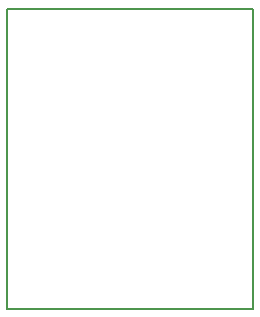
<source format=gko>
G04 DipTrace 3.1.0.0*
G04 MSPExampleSection1.gko*
%MOIN*%
G04 #@! TF.FileFunction,Profile*
G04 #@! TF.Part,Single*
%ADD11C,0.006*%
%FSLAX26Y26*%
G04*
G70*
G90*
G75*
G01*
G04 BoardOutline*
%LPD*%
X394000Y394000D2*
D11*
X1214000D1*
Y1394000D1*
X394000D1*
Y394000D1*
M02*

</source>
